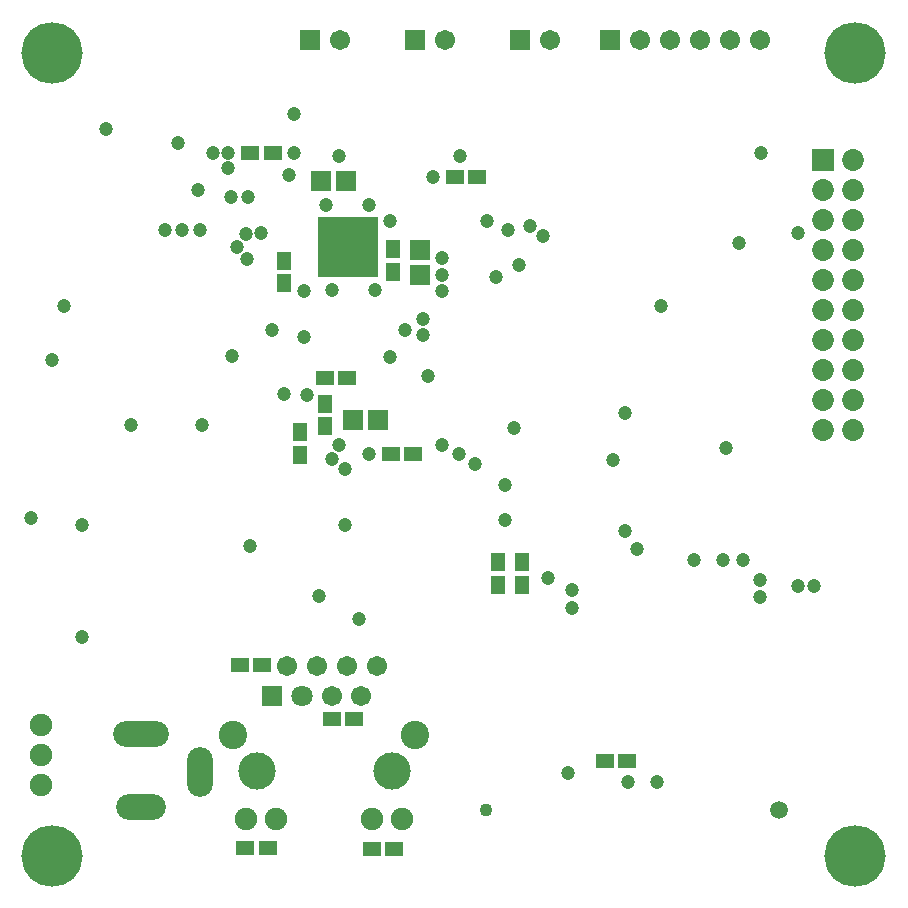
<source format=gbs>
%FSLAX44Y44*%
%MOMM*%
G71*
G01*
G75*
G04 Layer_Color=16711935*
%ADD10R,1.0000X1.3000*%
%ADD11R,1.5000X0.6500*%
%ADD12R,1.3000X1.0000*%
%ADD13R,1.5000X1.5000*%
%ADD14R,1.5000X1.5000*%
%ADD15R,1.0000X2.5000*%
%ADD16R,1.0000X3.5000*%
%ADD17R,2.7000X3.0000*%
%ADD18R,1.1000X3.7900*%
%ADD19R,1.4000X3.5000*%
%ADD20O,2.1000X0.3000*%
%ADD21O,0.3000X2.1000*%
%ADD22O,2.1000X0.7000*%
%ADD23R,0.6500X1.5000*%
%ADD24R,0.5500X1.6500*%
%ADD25R,1.3000X1.2500*%
%ADD26C,1.0000*%
%ADD27R,0.3000X1.5000*%
%ADD28R,1.5000X0.3000*%
%ADD29R,5.0000X2.1000*%
%ADD30R,1.2000X1.2000*%
%ADD31R,1.2000X1.2000*%
%ADD32C,0.2000*%
%ADD33C,0.3000*%
%ADD34C,0.5000*%
%ADD35C,0.8000*%
%ADD36C,0.5500*%
%ADD37C,1.0000*%
%ADD38C,1.7000*%
%ADD39C,0.6500*%
%ADD40C,0.2500*%
%ADD41C,5.0000*%
%ADD42C,1.5000*%
%ADD43C,1.5000*%
%ADD44R,1.5000X1.5000*%
%ADD45C,1.6000*%
%ADD46C,2.9500*%
%ADD47C,2.9500*%
%ADD48C,2.2000*%
%ADD49C,1.7000*%
%ADD50C,1.6500*%
%ADD51R,1.6500X1.6500*%
%ADD52C,0.9000*%
%ADD53C,1.3000*%
%ADD54O,2.0000X4.0000*%
%ADD55O,4.0000X2.0000*%
%ADD56O,4.5000X2.0000*%
%ADD57R,5.0000X5.0000*%
%ADD58C,0.7000*%
%ADD59C,0.6000*%
%ADD60C,0.1000*%
%ADD61C,0.2540*%
%ADD62C,0.1800*%
%ADD63C,0.0254*%
%ADD64C,0.1500*%
%ADD65R,1.9000X4.1000*%
%ADD66R,1.2032X1.5032*%
%ADD67R,1.7032X0.8532*%
%ADD68R,1.5032X1.2032*%
%ADD69R,1.7032X1.7032*%
%ADD70R,1.7032X1.7032*%
%ADD71R,1.2032X2.7032*%
%ADD72R,1.2032X3.7032*%
%ADD73R,2.9032X3.2032*%
%ADD74R,1.3032X3.9932*%
%ADD75R,1.6032X3.7032*%
%ADD76O,2.3032X0.5032*%
%ADD77O,0.5032X2.3032*%
%ADD78O,2.3032X0.9032*%
%ADD79R,0.8532X1.7032*%
%ADD80R,0.7532X1.8532*%
%ADD81R,1.5032X1.4532*%
%ADD82C,1.2032*%
%ADD83R,0.5032X1.7032*%
%ADD84R,1.7032X0.5032*%
%ADD85R,5.2032X2.3032*%
%ADD86R,1.4032X1.4032*%
%ADD87R,1.4032X1.4032*%
%ADD88C,5.2032*%
%ADD89C,1.7032*%
%ADD90C,1.7032*%
%ADD91R,1.7032X1.7032*%
%ADD92C,1.8032*%
%ADD93C,3.1532*%
%ADD94C,3.1532*%
%ADD95C,2.4032*%
%ADD96C,1.9032*%
%ADD97C,1.8532*%
%ADD98R,1.8532X1.8532*%
%ADD99C,1.1032*%
%ADD100C,1.5032*%
%ADD101O,2.2032X4.2032*%
%ADD102O,4.2032X2.2032*%
%ADD103O,4.7032X2.2032*%
%ADD104R,5.2032X5.2032*%
D66*
X323000Y529500D02*
D03*
Y548500D02*
D03*
X231000Y538500D02*
D03*
Y519500D02*
D03*
X412000Y264500D02*
D03*
Y283500D02*
D03*
X433000Y264500D02*
D03*
Y283500D02*
D03*
X245000Y393500D02*
D03*
Y374500D02*
D03*
X266000Y417500D02*
D03*
Y398500D02*
D03*
D68*
X271500Y151000D02*
D03*
X290500D02*
D03*
X212500Y196000D02*
D03*
X193500D02*
D03*
X321500Y375000D02*
D03*
X340500D02*
D03*
X221500Y630000D02*
D03*
X202500D02*
D03*
X375500Y610000D02*
D03*
X394500D02*
D03*
X521500Y115000D02*
D03*
X502500D02*
D03*
X284500Y439000D02*
D03*
X265500D02*
D03*
X217500Y41370D02*
D03*
X198500D02*
D03*
X324500Y41000D02*
D03*
X305500D02*
D03*
D69*
X346000Y526500D02*
D03*
Y547500D02*
D03*
X253000Y726000D02*
D03*
X342000D02*
D03*
X431200D02*
D03*
X507400D02*
D03*
D70*
X289500Y404000D02*
D03*
X310500D02*
D03*
X283500Y606000D02*
D03*
X262500D02*
D03*
D82*
X680000Y263000D02*
D03*
X666000D02*
D03*
X634000Y254000D02*
D03*
Y268000D02*
D03*
X349000Y476000D02*
D03*
Y489000D02*
D03*
X450000Y560000D02*
D03*
X439000Y568000D02*
D03*
X550000Y500000D02*
D03*
X80500Y650000D02*
D03*
X17000Y321000D02*
D03*
X295000Y235000D02*
D03*
X530000Y295000D02*
D03*
X411000Y525000D02*
D03*
X455000Y270000D02*
D03*
X430000Y535000D02*
D03*
X547000Y97000D02*
D03*
X472000Y105000D02*
D03*
X522000Y97000D02*
D03*
X141000Y638000D02*
D03*
X365000Y541000D02*
D03*
X283000Y362000D02*
D03*
X353000Y441000D02*
D03*
X60000Y315000D02*
D03*
X520000Y410000D02*
D03*
X620000Y285000D02*
D03*
X200000Y540000D02*
D03*
X603000Y285000D02*
D03*
X578000D02*
D03*
X520000Y310000D02*
D03*
X510000Y370000D02*
D03*
X334000Y480000D02*
D03*
X393000Y367000D02*
D03*
X248000Y474000D02*
D03*
X321000Y457000D02*
D03*
X186000Y593000D02*
D03*
X201000D02*
D03*
X379000Y375000D02*
D03*
X365000Y383000D02*
D03*
X303000Y375000D02*
D03*
X418000Y319000D02*
D03*
Y349000D02*
D03*
X101500Y400000D02*
D03*
X282500Y315000D02*
D03*
X202000Y297500D02*
D03*
X261000Y255000D02*
D03*
X221000Y480000D02*
D03*
X277500Y627000D02*
D03*
X666000Y562000D02*
D03*
X212000D02*
D03*
X380000Y627000D02*
D03*
X357000Y610000D02*
D03*
X250500Y425000D02*
D03*
X231500Y426000D02*
D03*
X248000Y513000D02*
D03*
X272000Y514000D02*
D03*
X308000D02*
D03*
X365000Y527000D02*
D03*
X303000Y586000D02*
D03*
X635000Y630000D02*
D03*
X267000Y586000D02*
D03*
X321000Y572000D02*
D03*
X240000Y630000D02*
D03*
X365000Y513000D02*
D03*
X158000Y599000D02*
D03*
X605000Y380000D02*
D03*
X616000Y554000D02*
D03*
X35000Y455000D02*
D03*
X45000Y500000D02*
D03*
X130000Y565000D02*
D03*
X145000D02*
D03*
X160000D02*
D03*
X426000Y397000D02*
D03*
X475000Y260000D02*
D03*
Y245000D02*
D03*
X403000Y572000D02*
D03*
X421000Y565000D02*
D03*
X60000Y220000D02*
D03*
X162000Y400000D02*
D03*
X272000Y371000D02*
D03*
X278000Y383000D02*
D03*
X199000Y561000D02*
D03*
X191000Y550000D02*
D03*
X240000Y663000D02*
D03*
X235000Y611000D02*
D03*
X171000Y630000D02*
D03*
X184000D02*
D03*
Y617000D02*
D03*
X187000Y458000D02*
D03*
D88*
X715000Y715000D02*
D03*
Y35000D02*
D03*
X35000Y715000D02*
D03*
Y35000D02*
D03*
D89*
X309450Y195570D02*
D03*
X296680Y170160D02*
D03*
X284050Y195570D02*
D03*
X258650D02*
D03*
X271350Y170170D02*
D03*
X122500Y138000D02*
D03*
X97500D02*
D03*
D90*
X233250Y195570D02*
D03*
X278400Y726000D02*
D03*
X367400D02*
D03*
X456600D02*
D03*
X160000Y96000D02*
D03*
Y116000D02*
D03*
X100000Y76000D02*
D03*
X120000D02*
D03*
X634400Y726000D02*
D03*
X609000D02*
D03*
X583600D02*
D03*
X558200D02*
D03*
X532800D02*
D03*
D91*
X220550Y170170D02*
D03*
D92*
X245950D02*
D03*
D93*
X207850Y106670D02*
D03*
D94*
X322150Y106670D02*
D03*
D95*
X187550Y137170D02*
D03*
X342450D02*
D03*
D96*
X198700Y66070D02*
D03*
X224100Y66110D02*
D03*
X305900Y66070D02*
D03*
X331300D02*
D03*
X25000Y94600D02*
D03*
Y120000D02*
D03*
Y145400D02*
D03*
D97*
X712700Y395700D02*
D03*
X687300D02*
D03*
X712700Y421100D02*
D03*
X687300D02*
D03*
X712700Y446500D02*
D03*
X687300D02*
D03*
X712700Y471900D02*
D03*
X687300D02*
D03*
X712700Y497300D02*
D03*
X687300D02*
D03*
X712700Y522700D02*
D03*
X687300D02*
D03*
X712700Y548100D02*
D03*
X687300D02*
D03*
X712700Y573500D02*
D03*
X687300D02*
D03*
X712700Y598900D02*
D03*
X687300D02*
D03*
X712700Y624300D02*
D03*
D98*
X687300D02*
D03*
D99*
X402000Y74000D02*
D03*
D100*
X650000D02*
D03*
D101*
X160000Y106000D02*
D03*
D102*
X110000Y76000D02*
D03*
D103*
Y138000D02*
D03*
D104*
X285000Y550000D02*
D03*
M02*

</source>
